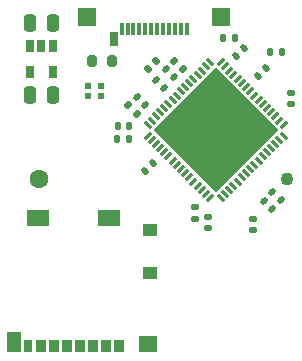
<source format=gts>
%TF.GenerationSoftware,KiCad,Pcbnew,8.0.7-1.fc41*%
%TF.CreationDate,2025-01-19T14:43:59-06:00*%
%TF.ProjectId,Expansion_Card,45787061-6e73-4696-9f6e-5f436172642e,X1*%
%TF.SameCoordinates,Original*%
%TF.FileFunction,Soldermask,Top*%
%TF.FilePolarity,Negative*%
%FSLAX46Y46*%
G04 Gerber Fmt 4.6, Leading zero omitted, Abs format (unit mm)*
G04 Created by KiCad (PCBNEW 8.0.7-1.fc41) date 2025-01-19 14:43:59*
%MOMM*%
%LPD*%
G01*
G04 APERTURE LIST*
G04 Aperture macros list*
%AMRoundRect*
0 Rectangle with rounded corners*
0 $1 Rounding radius*
0 $2 $3 $4 $5 $6 $7 $8 $9 X,Y pos of 4 corners*
0 Add a 4 corners polygon primitive as box body*
4,1,4,$2,$3,$4,$5,$6,$7,$8,$9,$2,$3,0*
0 Add four circle primitives for the rounded corners*
1,1,$1+$1,$2,$3*
1,1,$1+$1,$4,$5*
1,1,$1+$1,$6,$7*
1,1,$1+$1,$8,$9*
0 Add four rect primitives between the rounded corners*
20,1,$1+$1,$2,$3,$4,$5,0*
20,1,$1+$1,$4,$5,$6,$7,0*
20,1,$1+$1,$6,$7,$8,$9,0*
20,1,$1+$1,$8,$9,$2,$3,0*%
%AMRotRect*
0 Rectangle, with rotation*
0 The origin of the aperture is its center*
0 $1 length*
0 $2 width*
0 $3 Rotation angle, in degrees counterclockwise*
0 Add horizontal line*
21,1,$1,$2,0,0,$3*%
G04 Aperture macros list end*
%ADD10R,0.650000X1.060000*%
%ADD11RoundRect,0.250000X0.250000X0.475000X-0.250000X0.475000X-0.250000X-0.475000X0.250000X-0.475000X0*%
%ADD12RoundRect,0.200000X0.200000X0.275000X-0.200000X0.275000X-0.200000X-0.275000X0.200000X-0.275000X0*%
%ADD13R,0.380000X1.000000*%
%ADD14R,0.700000X1.150000*%
%ADD15R,1.500000X1.500000*%
%ADD16RoundRect,0.135000X-0.226274X-0.035355X-0.035355X-0.226274X0.226274X0.035355X0.035355X0.226274X0*%
%ADD17RoundRect,0.135000X0.226274X0.035355X0.035355X0.226274X-0.226274X-0.035355X-0.035355X-0.226274X0*%
%ADD18RoundRect,0.140000X-0.170000X0.140000X-0.170000X-0.140000X0.170000X-0.140000X0.170000X0.140000X0*%
%ADD19RoundRect,0.135000X0.135000X0.185000X-0.135000X0.185000X-0.135000X-0.185000X0.135000X-0.185000X0*%
%ADD20RoundRect,0.140000X-0.219203X-0.021213X-0.021213X-0.219203X0.219203X0.021213X0.021213X0.219203X0*%
%ADD21RoundRect,0.140000X0.140000X0.170000X-0.140000X0.170000X-0.140000X-0.170000X0.140000X-0.170000X0*%
%ADD22RoundRect,0.140000X0.219203X0.021213X0.021213X0.219203X-0.219203X-0.021213X-0.021213X-0.219203X0*%
%ADD23RotRect,0.254000X0.812800X135.000000*%
%ADD24RotRect,0.254000X0.812800X45.000000*%
%ADD25RotRect,7.493000X7.493000X45.000000*%
%ADD26RoundRect,0.140000X-0.140000X-0.170000X0.140000X-0.170000X0.140000X0.170000X-0.140000X0.170000X0*%
%ADD27RoundRect,0.140000X0.170000X-0.140000X0.170000X0.140000X-0.170000X0.140000X-0.170000X-0.140000X0*%
%ADD28R,0.850000X1.100000*%
%ADD29R,0.750000X1.100000*%
%ADD30R,1.200000X1.000000*%
%ADD31R,1.550000X1.350000*%
%ADD32R,1.900000X1.350000*%
%ADD33R,1.170000X1.800000*%
%ADD34RoundRect,0.140000X0.021213X-0.219203X0.219203X-0.021213X-0.021213X0.219203X-0.219203X0.021213X0*%
%ADD35R,0.600000X0.500000*%
%ADD36RoundRect,0.140000X-0.021213X0.219203X-0.219203X0.021213X0.021213X-0.219203X0.219203X-0.021213X0*%
%ADD37RoundRect,0.135000X0.035355X-0.226274X0.226274X-0.035355X-0.035355X0.226274X-0.226274X0.035355X0*%
%ADD38C,1.100000*%
%ADD39C,1.600000*%
G04 APERTURE END LIST*
D10*
%TO.C,U1*%
X131400000Y-130500000D03*
X130450000Y-130500000D03*
X129500000Y-130500000D03*
X129500000Y-132700000D03*
X131400000Y-132700000D03*
%TD*%
D11*
%TO.C,C1*%
X131400000Y-128500000D03*
X129500000Y-128500000D03*
%TD*%
D12*
%TO.C,R1*%
X136425000Y-131700000D03*
X134775000Y-131700000D03*
%TD*%
D13*
%TO.C,P1*%
X137250000Y-129040000D03*
X137750000Y-129040000D03*
X138250000Y-129040000D03*
X138750000Y-129040000D03*
X139250000Y-129040000D03*
X139750000Y-129040000D03*
X140250000Y-129040000D03*
X140750000Y-129040000D03*
X141250000Y-129040000D03*
X141750000Y-129040000D03*
X142250000Y-129040000D03*
X142750000Y-129040000D03*
D14*
X136580000Y-129880000D03*
%TD*%
D11*
%TO.C,C2*%
X131400000Y-134600000D03*
X129500000Y-134600000D03*
%TD*%
D15*
%TO.C,TP1*%
X134300000Y-128000000D03*
%TD*%
%TO.C,TP3*%
X145700000Y-128000000D03*
%TD*%
D16*
%TO.C,R5*%
X141700000Y-131700000D03*
X142421248Y-132421248D03*
%TD*%
D17*
%TO.C,R2*%
X138521248Y-136221248D03*
X137800000Y-135500000D03*
%TD*%
D18*
%TO.C,C15*%
X144600000Y-144920000D03*
X144600000Y-145880000D03*
%TD*%
D19*
%TO.C,R4*%
X146809999Y-129800000D03*
X145790001Y-129800000D03*
%TD*%
D20*
%TO.C,C7*%
X150021178Y-142821178D03*
X150700000Y-143500000D03*
%TD*%
D21*
%TO.C,C13*%
X137840000Y-138350000D03*
X136880000Y-138350000D03*
%TD*%
D22*
%TO.C,C17*%
X141699999Y-133114213D03*
X141021177Y-132435391D03*
%TD*%
D23*
%TO.C,U2*%
X139441181Y-138055518D03*
X139794734Y-138409071D03*
X140148288Y-138762625D03*
X140501840Y-139116178D03*
X140855395Y-139469732D03*
X141208948Y-139823285D03*
X141562501Y-140176838D03*
X141916055Y-140530392D03*
X142269608Y-140883945D03*
X142623162Y-141237499D03*
X142976715Y-141591052D03*
X143330268Y-141944605D03*
X143683822Y-142298160D03*
X144037375Y-142651712D03*
X144390929Y-143005266D03*
X144744482Y-143358819D03*
D24*
X145655518Y-143358819D03*
X146009071Y-143005266D03*
X146362625Y-142651712D03*
X146716178Y-142298160D03*
X147069732Y-141944605D03*
X147423285Y-141591052D03*
X147776838Y-141237499D03*
X148130392Y-140883945D03*
X148483945Y-140530392D03*
X148837499Y-140176838D03*
X149191052Y-139823285D03*
X149544605Y-139469732D03*
X149898160Y-139116178D03*
X150251712Y-138762625D03*
X150605266Y-138409071D03*
X150958819Y-138055518D03*
D23*
X150958819Y-137144482D03*
X150605266Y-136790929D03*
X150251712Y-136437375D03*
X149898160Y-136083822D03*
X149544605Y-135730268D03*
X149191052Y-135376715D03*
X148837499Y-135023162D03*
X148483945Y-134669608D03*
X148130392Y-134316055D03*
X147776838Y-133962501D03*
X147423285Y-133608948D03*
X147069732Y-133255395D03*
X146716178Y-132901840D03*
X146362625Y-132548288D03*
X146009071Y-132194734D03*
X145655518Y-131841181D03*
D24*
X144744482Y-131841181D03*
X144390929Y-132194734D03*
X144037375Y-132548288D03*
X143683822Y-132901840D03*
X143330268Y-133255395D03*
X142976715Y-133608948D03*
X142623162Y-133962501D03*
X142269608Y-134316055D03*
X141916055Y-134669608D03*
X141562501Y-135023162D03*
X141208948Y-135376715D03*
X140855395Y-135730268D03*
X140501840Y-136083822D03*
X140148288Y-136437375D03*
X139794734Y-136790929D03*
X139441181Y-137144482D03*
D25*
X145200000Y-137600000D03*
%TD*%
D26*
%TO.C,C16*%
X149840000Y-131000000D03*
X150800000Y-131000000D03*
%TD*%
D27*
%TO.C,C9*%
X151600000Y-135380000D03*
X151600000Y-134420000D03*
%TD*%
D28*
%TO.C,J1*%
X137005001Y-155862500D03*
X135905000Y-155862500D03*
X134805001Y-155862500D03*
X133705000Y-155862500D03*
X132605000Y-155862500D03*
X131505000Y-155862500D03*
X130405000Y-155862500D03*
D29*
X129355000Y-155862500D03*
D30*
X139640000Y-149712500D03*
X139640000Y-146012500D03*
D31*
X139465000Y-155737500D03*
D32*
X136140000Y-145037500D03*
X130170000Y-145037500D03*
D33*
X128145000Y-155512500D03*
%TD*%
D22*
%TO.C,C3*%
X139239411Y-135439411D03*
X138560589Y-134760589D03*
%TD*%
D34*
%TO.C,C11*%
X146921178Y-131278822D03*
X147600000Y-130600000D03*
%TD*%
D35*
%TO.C,X1*%
X134400000Y-134700000D03*
X135500000Y-134700000D03*
X135500000Y-133900000D03*
X134400000Y-133900000D03*
%TD*%
D22*
%TO.C,C12*%
X140839411Y-134039411D03*
X140160589Y-133360589D03*
%TD*%
D18*
%TO.C,C6*%
X143500000Y-144140000D03*
X143500000Y-145100000D03*
%TD*%
D36*
%TO.C,C5*%
X139939411Y-140360589D03*
X139260589Y-141039411D03*
%TD*%
D20*
%TO.C,C8*%
X149264574Y-143577782D03*
X149943396Y-144256604D03*
%TD*%
D37*
%TO.C,R3*%
X139478752Y-132421248D03*
X140200000Y-131700000D03*
%TD*%
D34*
%TO.C,C10*%
X148760589Y-133039411D03*
X149439411Y-132360589D03*
%TD*%
D27*
%TO.C,C4*%
X148400000Y-146080000D03*
X148400000Y-145120000D03*
%TD*%
D26*
%TO.C,C14*%
X136920000Y-137280000D03*
X137880000Y-137280000D03*
%TD*%
D38*
%TO.C,J2*%
X151275000Y-141750000D03*
D39*
X130275000Y-141750000D03*
%TD*%
M02*

</source>
